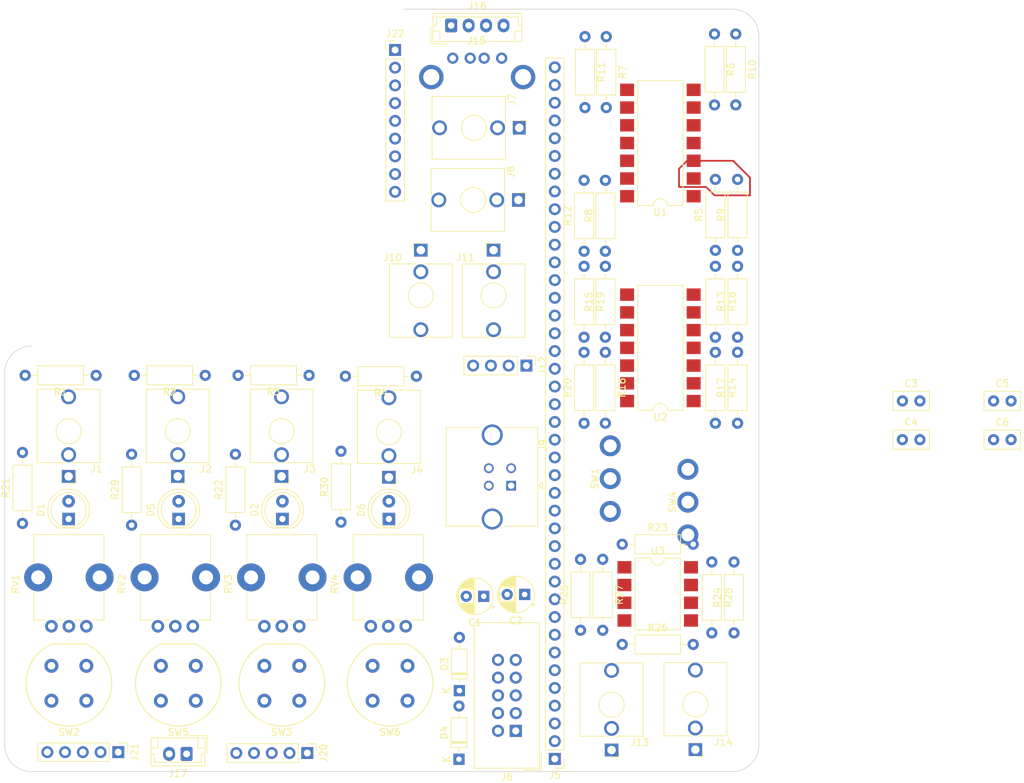
<source format=kicad_pcb>
(kicad_pcb (version 20171130) (host pcbnew "(5.0.1-3-g963ef8bb5)")
  (layers (0 F.Cu signal) (31 B.Cu signal) (34 B.Paste user) (35 F.Paste user) (36 B.SilkS user) (37 F.SilkS user) (38 B.Mask user) (39 F.Mask user) (44 Edge.Cuts user))
  (net 0 "")
  (net 1 +12V)
  (net 2 -12V)
  (net 3 "Net-(D1-Pad2)")
  (net 4 GND)
  (net 5 "Net-(D2-Pad2)")
  (net 6 "Net-(D3-Pad2)")
  (net 7 "Net-(D4-Pad1)")
  (net 8 "Net-(D5-Pad2)")
  (net 9 "Net-(D6-Pad2)")
  (net 10 "Net-(J1-PadT)")
  (net 11 "Net-(J2-PadT)")
  (net 12 "Net-(J3-PadT)")
  (net 13 "Net-(J4-PadT)")
  (net 14 VDD)
  (net 15 PB6)
  (net 16 PB7)
  (net 17 PB8)
  (net 18 PB9)
  (net 19 PC0)
  (net 20 PC1)
  (net 21 PC2)
  (net 22 PC3)
  (net 23 PC4)
  (net 24 PC5)
  (net 25 VDDA)
  (net 26 PA0)
  (net 27 PA1)
  (net 28 PA2)
  (net 29 PA3)
  (net 30 PA4)
  (net 31 PA5)
  (net 32 PA6)
  (net 33 PA7)
  (net 34 PB0)
  (net 35 PB1)
  (net 36 VDDC)
  (net 37 CM)
  (net 38 LIN+)
  (net 39 LIN-)
  (net 40 RIN+)
  (net 41 RIN-)
  (net 42 ROUT+-)
  (net 43 LOUT+-)
  (net 44 "Net-(J7-PadT)")
  (net 45 "Net-(J8-PadT)")
  (net 46 "Net-(J11-PadT)")
  (net 47 "Net-(J10-PadT)")
  (net 48 "Net-(J12-Pad1)")
  (net 49 "Net-(J12-Pad2)")
  (net 50 "Net-(R1-Pad1)")
  (net 51 "Net-(R10-Pad2)")
  (net 52 "Net-(R11-Pad2)")
  (net 53 "Net-(R12-Pad2)")
  (net 54 "Net-(R13-Pad2)")
  (net 55 "Net-(R10-Pad1)")
  (net 56 "Net-(R11-Pad1)")
  (net 57 "Net-(R12-Pad1)")
  (net 58 "Net-(R13-Pad1)")
  (net 59 "Net-(R14-Pad1)")
  (net 60 "Net-(R15-Pad1)")
  (net 61 "Net-(R16-Pad1)")
  (net 62 "Net-(R23-Pad1)")
  (net 63 "Net-(R24-Pad1)")
  (net 64 "Net-(J15-Pad3)")
  (net 65 "Net-(J15-Pad2)")
  (net 66 "Net-(J15-Pad1)")
  (net 67 "Net-(J12-Pad3)")
  (net 68 "Net-(J13-PadT)")
  (net 69 "Net-(J14-PadT)")
  (net 70 "Net-(J15-Pad4)")
  (net 71 "Net-(J20-Pad5)")
  (net 72 "Net-(J20-Pad4)")
  (net 73 "Net-(J20-Pad3)")
  (net 74 "Net-(J20-Pad2)")
  (net 75 "Net-(J20-Pad1)")
  (net 76 "Net-(J21-Pad1)")
  (net 77 "Net-(J21-Pad2)")
  (net 78 "Net-(J21-Pad3)")
  (net 79 "Net-(J21-Pad4)")
  (net 80 "Net-(J21-Pad5)")
  (net 81 "Net-(J22-Pad7)")
  (net 82 "Net-(J22-Pad8)")
  (net 83 "Net-(J22-Pad9)")
  (net 84 "Net-(J12-Pad4)")
  (module Capacitor_THT:CP_Radial_D5.0mm_P2.50mm (layer F.Cu) (at 99.0492 133.62476 180)
    (fp_text reference C1 (at 1.25 -3.75 180) (layer F.SilkS))
    (fp_text value 22uF)
    (pad 1 thru_hole rect (at 0 0 180) (size 1.6 1.6) (drill 0.8) (layers *.Cu *.Mask) (net 1 +12V))
    (pad 2 thru_hole circle (at 2.5 0 180) (size 1.6 1.6) (drill 0.8) (layers *.Cu *.Mask) (net 1 +12V))
  )
  (module Capacitor_THT:CP_Radial_D5.0mm_P2.50mm (layer F.Cu) (at 104.902 133.37076 180)
    (fp_text reference C2 (at 1.25 -3.75 180) (layer F.SilkS))
    (fp_text value 22uF)
    (pad 2 thru_hole circle (at 2.5 0 180) (size 1.6 1.6) (drill 0.8) (layers *.Cu *.Mask) (net 2 -12V))
    (pad 1 thru_hole rect (at 0 0 180) (size 1.6 1.6) (drill 0.8) (layers *.Cu *.Mask) (net 2 -12V))
  )
  (module LED_THT:LED_D5.0mm (layer F.Cu) (at 39.624 122.555 90)
    (fp_text reference D1 (at 1.27 -3.96 90) (layer F.SilkS))
    (fp_text value LED1)
    (pad 2 thru_hole circle (at 2.54 0 90) (size 1.8 1.8) (drill 0.9) (layers *.Cu *.Mask) (net 3 "Net-(D1-Pad2)"))
    (pad 1 thru_hole rect (at 0 0 90) (size 1.8 1.8) (drill 0.9) (layers *.Cu *.Mask) (net 4 GND))
  )
  (module LED_THT:LED_D5.0mm (layer F.Cu) (at 70.231 122.555 90)
    (fp_text reference D2 (at 1.27 -3.96 90) (layer F.SilkS))
    (fp_text value LED3)
    (pad 1 thru_hole rect (at 0 0 90) (size 1.8 1.8) (drill 0.9) (layers *.Cu *.Mask) (net 4 GND))
    (pad 2 thru_hole circle (at 2.54 0 90) (size 1.8 1.8) (drill 0.9) (layers *.Cu *.Mask) (net 5 "Net-(D2-Pad2)"))
  )
  (module Diode_THT:D_DO-35_SOD27_P7.62mm_Horizontal (layer F.Cu) (at 95.565401 147.141599 90)
    (fp_text reference D3 (at 3.81 -2.12 90) (layer F.SilkS))
    (fp_text value 1N914)
    (fp_text user K (at 0 -1.8 90) (layer F.SilkS))
    (pad 1 thru_hole rect (at 0 0 90) (size 1.6 1.6) (drill 0.8) (layers *.Cu *.Mask) (net 1 +12V))
    (pad 2 thru_hole oval (at 7.62 0 90) (size 1.6 1.6) (drill 0.8) (layers *.Cu *.Mask) (net 6 "Net-(D3-Pad2)"))
  )
  (module Diode_THT:D_DO-35_SOD27_P7.62mm_Horizontal (layer F.Cu) (at 95.504 156.972 90)
    (fp_text reference D4 (at 3.81 -2.12 90) (layer F.SilkS))
    (fp_text value 1N914)
    (fp_text user K (at 0 -1.8 90) (layer F.SilkS))
    (pad 2 thru_hole oval (at 7.62 0 90) (size 1.6 1.6) (drill 0.8) (layers *.Cu *.Mask) (net 2 -12V))
    (pad 1 thru_hole rect (at 0 0 90) (size 1.6 1.6) (drill 0.8) (layers *.Cu *.Mask) (net 7 "Net-(D4-Pad1)"))
  )
  (module LED_THT:LED_D5.0mm (layer F.Cu) (at 55.372 122.555 90)
    (fp_text reference D5 (at 1.27 -3.96 90) (layer F.SilkS))
    (fp_text value LED2)
    (pad 1 thru_hole rect (at 0 0 90) (size 1.8 1.8) (drill 0.9) (layers *.Cu *.Mask) (net 4 GND))
    (pad 2 thru_hole circle (at 2.54 0 90) (size 1.8 1.8) (drill 0.9) (layers *.Cu *.Mask) (net 8 "Net-(D5-Pad2)"))
  )
  (module LED_THT:LED_D5.0mm (layer F.Cu) (at 85.471 122.555 90)
    (fp_text reference D6 (at 1.27 -3.96 90) (layer F.SilkS))
    (fp_text value LED4)
    (pad 2 thru_hole circle (at 2.54 0 90) (size 1.8 1.8) (drill 0.9) (layers *.Cu *.Mask) (net 9 "Net-(D6-Pad2)"))
    (pad 1 thru_hole rect (at 0 0 90) (size 1.8 1.8) (drill 0.9) (layers *.Cu *.Mask) (net 4 GND))
  )
  (module Connector_Audio:Jack_3.5mm_QingPu_WQP-PJ398SM_Vertical_CircularHoles (layer F.Cu) (at 39.624 116.459 180)
    (fp_text reference J1 (at -4.03 1.08) (layer F.SilkS))
    (fp_text value "CVin A")
    (pad TN thru_hole circle (at 0 3.1) (size 2.13 2.13) (drill 1.42) (layers *.Cu *.Mask))
    (pad S thru_hole rect (at 0 0) (size 1.93 1.83) (drill 1.22) (layers *.Cu *.Mask) (net 4 GND))
    (pad T thru_hole circle (at 0 11.4) (size 2.13 2.13) (drill 1.43) (layers *.Cu *.Mask) (net 10 "Net-(J1-PadT)"))
  )
  (module Connector_Audio:Jack_3.5mm_QingPu_WQP-PJ398SM_Vertical_CircularHoles (layer F.Cu) (at 55.245 116.459 180)
    (fp_text reference J2 (at -4.03 1.08) (layer F.SilkS))
    (fp_text value "CVin B")
    (pad TN thru_hole circle (at 0 3.1) (size 2.13 2.13) (drill 1.42) (layers *.Cu *.Mask))
    (pad S thru_hole rect (at 0 0) (size 1.93 1.83) (drill 1.22) (layers *.Cu *.Mask) (net 4 GND))
    (pad T thru_hole circle (at 0 11.4) (size 2.13 2.13) (drill 1.43) (layers *.Cu *.Mask) (net 11 "Net-(J2-PadT)"))
  )
  (module Connector_Audio:Jack_3.5mm_QingPu_WQP-PJ398SM_Vertical_CircularHoles (layer F.Cu) (at 70.104 116.459 180)
    (fp_text reference J3 (at -4.03 1.08) (layer F.SilkS))
    (fp_text value "CVin C")
    (pad T thru_hole circle (at 0 11.4) (size 2.13 2.13) (drill 1.43) (layers *.Cu *.Mask) (net 12 "Net-(J3-PadT)"))
    (pad S thru_hole rect (at 0 0) (size 1.93 1.83) (drill 1.22) (layers *.Cu *.Mask) (net 4 GND))
    (pad TN thru_hole circle (at 0 3.1) (size 2.13 2.13) (drill 1.42) (layers *.Cu *.Mask))
  )
  (module Connector_Audio:Jack_3.5mm_QingPu_WQP-PJ398SM_Vertical_CircularHoles (layer F.Cu) (at 85.471 116.586 180)
    (fp_text reference J4 (at -4.03 1.08) (layer F.SilkS))
    (fp_text value "CVin D")
    (pad TN thru_hole circle (at 0 3.1) (size 2.13 2.13) (drill 1.42) (layers *.Cu *.Mask))
    (pad S thru_hole rect (at 0 0) (size 1.93 1.83) (drill 1.22) (layers *.Cu *.Mask) (net 4 GND))
    (pad T thru_hole circle (at 0 11.4) (size 2.13 2.13) (drill 1.43) (layers *.Cu *.Mask) (net 13 "Net-(J4-PadT)"))
  )
  (module Connector_PinHeader_2.54mm:PinHeader_1x40_P2.54mm_Vertical (layer F.Cu) (at 109.22 156.9212 180)
    (fp_text reference J5 (at 0 -2.33 180) (layer F.SilkS))
    (fp_text value Conn_01x40_Male)
    (pad 1 thru_hole rect (at 0 0 180) (size 1.7 1.7) (drill 1) (layers *.Cu *.Mask) (net 14 VDD))
    (pad 2 thru_hole oval (at 0 2.54 180) (size 1.7 1.7) (drill 1) (layers *.Cu *.Mask) (net 15 PB6))
    (pad 3 thru_hole oval (at 0 5.08 180) (size 1.7 1.7) (drill 1) (layers *.Cu *.Mask) (net 16 PB7))
    (pad 4 thru_hole oval (at 0 7.62 180) (size 1.7 1.7) (drill 1) (layers *.Cu *.Mask) (net 17 PB8))
    (pad 5 thru_hole oval (at 0 10.16 180) (size 1.7 1.7) (drill 1) (layers *.Cu *.Mask) (net 18 PB9))
    (pad 6 thru_hole oval (at 0 12.7 180) (size 1.7 1.7) (drill 1) (layers *.Cu *.Mask) (net 4 GND))
    (pad 7 thru_hole oval (at 0 15.24 180) (size 1.7 1.7) (drill 1) (layers *.Cu *.Mask) (net 14 VDD))
    (pad 8 thru_hole oval (at 0 17.78 180) (size 1.7 1.7) (drill 1) (layers *.Cu *.Mask) (net 19 PC0))
    (pad 9 thru_hole oval (at 0 20.32 180) (size 1.7 1.7) (drill 1) (layers *.Cu *.Mask) (net 20 PC1))
    (pad 10 thru_hole oval (at 0 22.86 180) (size 1.7 1.7) (drill 1) (layers *.Cu *.Mask) (net 21 PC2))
    (pad 11 thru_hole oval (at 0 25.4 180) (size 1.7 1.7) (drill 1) (layers *.Cu *.Mask) (net 22 PC3))
    (pad 12 thru_hole oval (at 0 27.94 180) (size 1.7 1.7) (drill 1) (layers *.Cu *.Mask) (net 23 PC4))
    (pad 13 thru_hole oval (at 0 30.48 180) (size 1.7 1.7) (drill 1) (layers *.Cu *.Mask) (net 24 PC5))
    (pad 14 thru_hole oval (at 0 33.02 180) (size 1.7 1.7) (drill 1) (layers *.Cu *.Mask) (net 4 GND))
    (pad 15 thru_hole oval (at 0 35.56 180) (size 1.7 1.7) (drill 1) (layers *.Cu *.Mask) (net 25 VDDA))
    (pad 16 thru_hole oval (at 0 38.1 180) (size 1.7 1.7) (drill 1) (layers *.Cu *.Mask) (net 26 PA0))
    (pad 17 thru_hole oval (at 0 40.64 180) (size 1.7 1.7) (drill 1) (layers *.Cu *.Mask) (net 27 PA1))
    (pad 18 thru_hole oval (at 0 43.18 180) (size 1.7 1.7) (drill 1) (layers *.Cu *.Mask) (net 28 PA2))
    (pad 19 thru_hole oval (at 0 45.72 180) (size 1.7 1.7) (drill 1) (layers *.Cu *.Mask) (net 29 PA3))
    (pad 20 thru_hole oval (at 0 48.26 180) (size 1.7 1.7) (drill 1) (layers *.Cu *.Mask) (net 4 GND))
    (pad 21 thru_hole oval (at 0 50.8 180) (size 1.7 1.7) (drill 1) (layers *.Cu *.Mask) (net 25 VDDA))
    (pad 22 thru_hole oval (at 0 53.34 180) (size 1.7 1.7) (drill 1) (layers *.Cu *.Mask) (net 30 PA4))
    (pad 23 thru_hole oval (at 0 55.88 180) (size 1.7 1.7) (drill 1) (layers *.Cu *.Mask) (net 31 PA5))
    (pad 24 thru_hole oval (at 0 58.42 180) (size 1.7 1.7) (drill 1) (layers *.Cu *.Mask) (net 32 PA6))
    (pad 25 thru_hole oval (at 0 60.96 180) (size 1.7 1.7) (drill 1) (layers *.Cu *.Mask) (net 33 PA7))
    (pad 26 thru_hole oval (at 0 63.5 180) (size 1.7 1.7) (drill 1) (layers *.Cu *.Mask) (net 34 PB0))
    (pad 27 thru_hole oval (at 0 66.04 180) (size 1.7 1.7) (drill 1) (layers *.Cu *.Mask) (net 35 PB1))
    (pad 28 thru_hole oval (at 0 68.58 180) (size 1.7 1.7) (drill 1) (layers *.Cu *.Mask) (net 4 GND))
    (pad 29 thru_hole oval (at 0 71.12 180) (size 1.7 1.7) (drill 1) (layers *.Cu *.Mask) (net 36 VDDC))
    (pad 30 thru_hole oval (at 0 73.66 180) (size 1.7 1.7) (drill 1) (layers *.Cu *.Mask) (net 36 VDDC))
    (pad 31 thru_hole oval (at 0 76.2 180) (size 1.7 1.7) (drill 1) (layers *.Cu *.Mask) (net 37 CM))
    (pad 32 thru_hole oval (at 0 78.74 180) (size 1.7 1.7) (drill 1) (layers *.Cu *.Mask) (net 4 GND))
    (pad 33 thru_hole oval (at 0 81.28 180) (size 1.7 1.7) (drill 1) (layers *.Cu *.Mask) (net 4 GND))
    (pad 34 thru_hole oval (at 0 83.82 180) (size 1.7 1.7) (drill 1) (layers *.Cu *.Mask) (net 38 LIN+))
    (pad 35 thru_hole oval (at 0 86.36 180) (size 1.7 1.7) (drill 1) (layers *.Cu *.Mask) (net 39 LIN-))
    (pad 36 thru_hole oval (at 0 88.9 180) (size 1.7 1.7) (drill 1) (layers *.Cu *.Mask) (net 40 RIN+))
    (pad 37 thru_hole oval (at 0 91.44 180) (size 1.7 1.7) (drill 1) (layers *.Cu *.Mask) (net 41 RIN-))
    (pad 38 thru_hole oval (at 0 93.98 180) (size 1.7 1.7) (drill 1) (layers *.Cu *.Mask) (net 42 ROUT+-))
    (pad 39 thru_hole oval (at 0 96.52 180) (size 1.7 1.7) (drill 1) (layers *.Cu *.Mask) (net 43 LOUT+-))
    (pad 40 thru_hole oval (at 0 99.06 180) (size 1.7 1.7) (drill 1) (layers *.Cu *.Mask) (net 4 GND))
  )
  (module Connector_IDC:IDC-Header_2x05_P2.54mm_Vertical (layer F.Cu) (at 103.632 152.908 180)
    (fp_text reference J6 (at 1.27 -6.604 180) (layer F.SilkS))
    (fp_text value Power)
    (pad 1 thru_hole rect (at 0 0 180) (size 1.7272 1.7272) (drill 1.016) (layers *.Cu *.Mask) (net 2 -12V))
    (pad 2 thru_hole oval (at 2.54 0 180) (size 1.7272 1.7272) (drill 1.016) (layers *.Cu *.Mask) (net 7 "Net-(D4-Pad1)"))
    (pad 3 thru_hole oval (at 0 2.54 180) (size 1.7272 1.7272) (drill 1.016) (layers *.Cu *.Mask) (net 4 GND))
    (pad 4 thru_hole oval (at 2.54 2.54 180) (size 1.7272 1.7272) (drill 1.016) (layers *.Cu *.Mask) (net 4 GND))
    (pad 5 thru_hole oval (at 0 5.08 180) (size 1.7272 1.7272) (drill 1.016) (layers *.Cu *.Mask) (net 4 GND))
    (pad 6 thru_hole oval (at 2.54 5.08 180) (size 1.7272 1.7272) (drill 1.016) (layers *.Cu *.Mask) (net 4 GND))
    (pad 7 thru_hole oval (at 0 7.62 180) (size 1.7272 1.7272) (drill 1.016) (layers *.Cu *.Mask) (net 4 GND))
    (pad 8 thru_hole oval (at 2.54 7.62 180) (size 1.7272 1.7272) (drill 1.016) (layers *.Cu *.Mask) (net 4 GND))
    (pad 9 thru_hole oval (at 0 10.16 180) (size 1.7272 1.7272) (drill 1.016) (layers *.Cu *.Mask) (net 1 +12V))
    (pad 10 thru_hole oval (at 2.54 10.16 180) (size 1.7272 1.7272) (drill 1.016) (layers *.Cu *.Mask) (net 6 "Net-(D3-Pad2)"))
  )
  (module Connector_Audio:Jack_3.5mm_QingPu_WQP-PJ398SM_Vertical_CircularHoles (layer F.Cu) (at 104.132066 66.52317 270)
    (fp_text reference J7 (at -4.03 1.08 90) (layer F.SilkS))
    (fp_text value "CVout A")
    (pad T thru_hole circle (at 0 11.4 90) (size 2.13 2.13) (drill 1.43) (layers *.Cu *.Mask) (net 44 "Net-(J7-PadT)"))
    (pad S thru_hole rect (at 0 0 90) (size 1.93 1.83) (drill 1.22) (layers *.Cu *.Mask) (net 4 GND))
    (pad TN thru_hole circle (at 0 3.1 90) (size 2.13 2.13) (drill 1.42) (layers *.Cu *.Mask))
  )
  (module Connector_Audio:Jack_3.5mm_QingPu_WQP-PJ398SM_Vertical_CircularHoles (layer F.Cu) (at 104.013 76.8604 270)
    (fp_text reference J8 (at -4.03 1.08 90) (layer F.SilkS))
    (fp_text value "CVout B")
    (pad T thru_hole circle (at 0 11.4 90) (size 2.13 2.13) (drill 1.43) (layers *.Cu *.Mask) (net 45 "Net-(J8-PadT)"))
    (pad S thru_hole rect (at 0 0 90) (size 1.93 1.83) (drill 1.22) (layers *.Cu *.Mask) (net 4 GND))
    (pad TN thru_hole circle (at 0 3.1 90) (size 2.13 2.13) (drill 1.42) (layers *.Cu *.Mask))
  )
  (module Connector_Audio:Jack_3.5mm_QingPu_WQP-PJ398SM_Vertical_CircularHoles (layer F.Cu) (at 90.043 84.0486)
    (fp_text reference J10 (at -4.03 1.08 180) (layer F.SilkS))
    (fp_text value "audio_in L")
    (pad T thru_hole circle (at 0 11.4 180) (size 2.13 2.13) (drill 1.43) (layers *.Cu *.Mask) (net 47 "Net-(J10-PadT)"))
    (pad S thru_hole rect (at 0 0 180) (size 1.93 1.83) (drill 1.22) (layers *.Cu *.Mask) (net 4 GND))
    (pad TN thru_hole circle (at 0 3.1 180) (size 2.13 2.13) (drill 1.42) (layers *.Cu *.Mask))
  )
  (module Connector_Audio:Jack_3.5mm_QingPu_WQP-PJ398SM_Vertical_CircularHoles (layer F.Cu) (at 100.457 84.0486)
    (fp_text reference J11 (at -4.03 1.08 180) (layer F.SilkS))
    (fp_text value "audio_in R")
    (pad TN thru_hole circle (at 0 3.1 180) (size 2.13 2.13) (drill 1.42) (layers *.Cu *.Mask))
    (pad S thru_hole rect (at 0 0 180) (size 1.93 1.83) (drill 1.22) (layers *.Cu *.Mask) (net 4 GND))
    (pad T thru_hole circle (at 0 11.4 180) (size 2.13 2.13) (drill 1.43) (layers *.Cu *.Mask) (net 46 "Net-(J11-PadT)"))
  )
  (module Connector_Audio:Jack_3.5mm_QingPu_WQP-PJ398SM_Vertical_CircularHoles (layer F.Cu) (at 117.348 155.6512 180)
    (fp_text reference J13 (at -4.03 1.08) (layer F.SilkS))
    (fp_text value "audio_out L")
    (pad T thru_hole circle (at 0 11.4) (size 2.13 2.13) (drill 1.43) (layers *.Cu *.Mask) (net 68 "Net-(J13-PadT)"))
    (pad S thru_hole rect (at 0 0) (size 1.93 1.83) (drill 1.22) (layers *.Cu *.Mask) (net 4 GND))
    (pad TN thru_hole circle (at 0 3.1) (size 2.13 2.13) (drill 1.42) (layers *.Cu *.Mask))
  )
  (module Connector_Audio:Jack_3.5mm_QingPu_WQP-PJ398SM_Vertical_CircularHoles (layer F.Cu) (at 129.343311 155.596604 180)
    (fp_text reference J14 (at -4.03 1.08) (layer F.SilkS))
    (fp_text value "audio_out R")
    (pad TN thru_hole circle (at 0 3.1) (size 2.13 2.13) (drill 1.42) (layers *.Cu *.Mask))
    (pad S thru_hole rect (at 0 0) (size 1.93 1.83) (drill 1.22) (layers *.Cu *.Mask) (net 4 GND))
    (pad T thru_hole circle (at 0 11.4) (size 2.13 2.13) (drill 1.43) (layers *.Cu *.Mask) (net 69 "Net-(J14-PadT)"))
  )
  (module Resistor_THT:R_Axial_DIN0207_L6.3mm_D2.5mm_P10.16mm_Horizontal (layer F.Cu) (at 43.561 101.981 180)
    (fp_text reference R1 (at 5.08 -2.37 180) (layer F.SilkS))
    (fp_text value 100K)
    (pad 2 thru_hole oval (at 10.16 0 180) (size 1.6 1.6) (drill 0.8) (layers *.Cu *.Mask) (net 10 "Net-(J1-PadT)"))
    (pad 1 thru_hole circle (at 0 0 180) (size 1.6 1.6) (drill 0.8) (layers *.Cu *.Mask) (net 50 "Net-(R1-Pad1)"))
  )
  (module Resistor_THT:R_Axial_DIN0207_L6.3mm_D2.5mm_P10.16mm_Horizontal (layer F.Cu) (at 59.182 101.981 180)
    (fp_text reference R2 (at 5.08 -2.37 180) (layer F.SilkS))
    (fp_text value 100K)
    (pad 1 thru_hole circle (at 0 0 180) (size 1.6 1.6) (drill 0.8) (layers *.Cu *.Mask) (net 51 "Net-(R10-Pad2)"))
    (pad 2 thru_hole oval (at 10.16 0 180) (size 1.6 1.6) (drill 0.8) (layers *.Cu *.Mask) (net 11 "Net-(J2-PadT)"))
  )
  (module Resistor_THT:R_Axial_DIN0207_L6.3mm_D2.5mm_P10.16mm_Horizontal (layer F.Cu) (at 74.041 101.981 180)
    (fp_text reference R3 (at 5.08 -2.37 180) (layer F.SilkS))
    (fp_text value 100K)
    (pad 1 thru_hole circle (at 0 0 180) (size 1.6 1.6) (drill 0.8) (layers *.Cu *.Mask) (net 52 "Net-(R11-Pad2)"))
    (pad 2 thru_hole oval (at 10.16 0 180) (size 1.6 1.6) (drill 0.8) (layers *.Cu *.Mask) (net 12 "Net-(J3-PadT)"))
  )
  (module Resistor_THT:R_Axial_DIN0207_L6.3mm_D2.5mm_P10.16mm_Horizontal (layer F.Cu) (at 89.408 102.108 180)
    (fp_text reference R4 (at 5.08 -2.37 180) (layer F.SilkS))
    (fp_text value 100K)
    (pad 1 thru_hole circle (at 0 0 180) (size 1.6 1.6) (drill 0.8) (layers *.Cu *.Mask) (net 53 "Net-(R12-Pad2)"))
    (pad 2 thru_hole oval (at 10.16 0 180) (size 1.6 1.6) (drill 0.8) (layers *.Cu *.Mask) (net 13 "Net-(J4-PadT)"))
  )
  (module Resistor_THT:R_Axial_DIN0207_L6.3mm_D2.5mm_P10.16mm_Horizontal (layer F.Cu) (at 132.207 84.074 90)
    (fp_text reference R5 (at 5.08 -2.37 90) (layer F.SilkS))
    (fp_text value 33K)
    (pad 1 thru_hole circle (at 0 0 90) (size 1.6 1.6) (drill 0.8) (layers *.Cu *.Mask) (net 37 CM))
    (pad 2 thru_hole oval (at 10.16 0 90) (size 1.6 1.6) (drill 0.8) (layers *.Cu *.Mask) (net 50 "Net-(R1-Pad1)"))
  )
  (module Resistor_THT:R_Axial_DIN0207_L6.3mm_D2.5mm_P10.16mm_Horizontal (layer F.Cu) (at 132.08 53.086 270)
    (fp_text reference R6 (at 5.08 -2.37 270) (layer F.SilkS))
    (fp_text value 33K)
    (pad 2 thru_hole oval (at 10.16 0 270) (size 1.6 1.6) (drill 0.8) (layers *.Cu *.Mask) (net 51 "Net-(R10-Pad2)"))
    (pad 1 thru_hole circle (at 0 0 270) (size 1.6 1.6) (drill 0.8) (layers *.Cu *.Mask) (net 37 CM))
  )
  (module Resistor_THT:R_Axial_DIN0207_L6.3mm_D2.5mm_P10.16mm_Horizontal (layer F.Cu) (at 116.586 53.467 270)
    (fp_text reference R7 (at 5.08 -2.37 270) (layer F.SilkS))
    (fp_text value 33K)
    (pad 1 thru_hole circle (at 0 0 270) (size 1.6 1.6) (drill 0.8) (layers *.Cu *.Mask) (net 37 CM))
    (pad 2 thru_hole oval (at 10.16 0 270) (size 1.6 1.6) (drill 0.8) (layers *.Cu *.Mask) (net 52 "Net-(R11-Pad2)"))
  )
  (module Resistor_THT:R_Axial_DIN0207_L6.3mm_D2.5mm_P10.16mm_Horizontal (layer F.Cu) (at 116.459 84.201 90)
    (fp_text reference R8 (at 5.08 -2.37 90) (layer F.SilkS))
    (fp_text value 33K)
    (pad 1 thru_hole circle (at 0 0 90) (size 1.6 1.6) (drill 0.8) (layers *.Cu *.Mask) (net 37 CM))
    (pad 2 thru_hole oval (at 10.16 0 90) (size 1.6 1.6) (drill 0.8) (layers *.Cu *.Mask) (net 53 "Net-(R12-Pad2)"))
  )
  (module Resistor_THT:R_Axial_DIN0207_L6.3mm_D2.5mm_P10.16mm_Horizontal (layer F.Cu) (at 135.382 84.074 90)
    (fp_text reference R9 (at 5.08 -2.37 90) (layer F.SilkS))
    (fp_text value 33K)
    (pad 2 thru_hole oval (at 10.16 0 90) (size 1.6 1.6) (drill 0.8) (layers *.Cu *.Mask) (net 50 "Net-(R1-Pad1)"))
    (pad 1 thru_hole circle (at 0 0 90) (size 1.6 1.6) (drill 0.8) (layers *.Cu *.Mask) (net 54 "Net-(R13-Pad2)"))
  )
  (module Resistor_THT:R_Axial_DIN0207_L6.3mm_D2.5mm_P10.16mm_Horizontal (layer F.Cu) (at 135.128 53.086 270)
    (fp_text reference R10 (at 5.08 -2.37 270) (layer F.SilkS))
    (fp_text value 33K)
    (pad 1 thru_hole circle (at 0 0 270) (size 1.6 1.6) (drill 0.8) (layers *.Cu *.Mask) (net 55 "Net-(R10-Pad1)"))
    (pad 2 thru_hole oval (at 10.16 0 270) (size 1.6 1.6) (drill 0.8) (layers *.Cu *.Mask) (net 51 "Net-(R10-Pad2)"))
  )
  (module Resistor_THT:R_Axial_DIN0207_L6.3mm_D2.5mm_P10.16mm_Horizontal (layer F.Cu) (at 113.538 53.467 270)
    (fp_text reference R11 (at 5.08 -2.37 270) (layer F.SilkS))
    (fp_text value 33K)
    (pad 2 thru_hole oval (at 10.16 0 270) (size 1.6 1.6) (drill 0.8) (layers *.Cu *.Mask) (net 52 "Net-(R11-Pad2)"))
    (pad 1 thru_hole circle (at 0 0 270) (size 1.6 1.6) (drill 0.8) (layers *.Cu *.Mask) (net 56 "Net-(R11-Pad1)"))
  )
  (module Resistor_THT:R_Axial_DIN0207_L6.3mm_D2.5mm_P10.16mm_Horizontal (layer F.Cu) (at 113.411 84.201 90)
    (fp_text reference R12 (at 5.08 -2.37 90) (layer F.SilkS))
    (fp_text value 33K)
    (pad 1 thru_hole circle (at 0 0 90) (size 1.6 1.6) (drill 0.8) (layers *.Cu *.Mask) (net 57 "Net-(R12-Pad1)"))
    (pad 2 thru_hole oval (at 10.16 0 90) (size 1.6 1.6) (drill 0.8) (layers *.Cu *.Mask) (net 53 "Net-(R12-Pad2)"))
  )
  (module Resistor_THT:R_Axial_DIN0207_L6.3mm_D2.5mm_P10.16mm_Horizontal (layer F.Cu) (at 135.382 96.52 90)
    (fp_text reference R13 (at 5.08 -2.37 90) (layer F.SilkS))
    (fp_text value 100k)
    (pad 1 thru_hole circle (at 0 0 90) (size 1.6 1.6) (drill 0.8) (layers *.Cu *.Mask) (net 58 "Net-(R13-Pad1)"))
    (pad 2 thru_hole oval (at 10.16 0 90) (size 1.6 1.6) (drill 0.8) (layers *.Cu *.Mask) (net 54 "Net-(R13-Pad2)"))
  )
  (module Resistor_THT:R_Axial_DIN0207_L6.3mm_D2.5mm_P10.16mm_Horizontal (layer F.Cu) (at 132.207 98.679 270)
    (fp_text reference R14 (at 5.08 -2.37 270) (layer F.SilkS))
    (fp_text value 100k)
    (pad 2 thru_hole oval (at 10.16 0 270) (size 1.6 1.6) (drill 0.8) (layers *.Cu *.Mask) (net 55 "Net-(R10-Pad1)"))
    (pad 1 thru_hole circle (at 0 0 270) (size 1.6 1.6) (drill 0.8) (layers *.Cu *.Mask) (net 59 "Net-(R14-Pad1)"))
  )
  (module Resistor_THT:R_Axial_DIN0207_L6.3mm_D2.5mm_P10.16mm_Horizontal (layer F.Cu) (at 116.459 96.52 90)
    (fp_text reference R15 (at 5.08 -2.37 90) (layer F.SilkS))
    (fp_text value 100k)
    (pad 1 thru_hole circle (at 0 0 90) (size 1.6 1.6) (drill 0.8) (layers *.Cu *.Mask) (net 60 "Net-(R15-Pad1)"))
    (pad 2 thru_hole oval (at 10.16 0 90) (size 1.6 1.6) (drill 0.8) (layers *.Cu *.Mask) (net 56 "Net-(R11-Pad1)"))
  )
  (module Resistor_THT:R_Axial_DIN0207_L6.3mm_D2.5mm_P10.16mm_Horizontal (layer F.Cu) (at 116.459 98.679 270)
    (fp_text reference R16 (at 5.08 -2.37 270) (layer F.SilkS))
    (fp_text value 100k)
    (pad 2 thru_hole oval (at 10.16 0 270) (size 1.6 1.6) (drill 0.8) (layers *.Cu *.Mask) (net 57 "Net-(R12-Pad1)"))
    (pad 1 thru_hole circle (at 0 0 270) (size 1.6 1.6) (drill 0.8) (layers *.Cu *.Mask) (net 61 "Net-(R16-Pad1)"))
  )
  (module Resistor_THT:R_Axial_DIN0207_L6.3mm_D2.5mm_P10.16mm_Horizontal (layer F.Cu) (at 135.382 108.839 90)
    (fp_text reference R17 (at 5.08 -2.37 90) (layer F.SilkS))
    (fp_text value 100k)
    (pad 1 thru_hole circle (at 0 0 90) (size 1.6 1.6) (drill 0.8) (layers *.Cu *.Mask) (net 19 PC0))
    (pad 2 thru_hole oval (at 10.16 0 90) (size 1.6 1.6) (drill 0.8) (layers *.Cu *.Mask) (net 58 "Net-(R13-Pad1)"))
  )
  (module Resistor_THT:R_Axial_DIN0207_L6.3mm_D2.5mm_P10.16mm_Horizontal (layer F.Cu) (at 132.207 86.36 270)
    (fp_text reference R18 (at 5.08 -2.37 270) (layer F.SilkS))
    (fp_text value 100k)
    (pad 2 thru_hole oval (at 10.16 0 270) (size 1.6 1.6) (drill 0.8) (layers *.Cu *.Mask) (net 59 "Net-(R14-Pad1)"))
    (pad 1 thru_hole circle (at 0 0 270) (size 1.6 1.6) (drill 0.8) (layers *.Cu *.Mask) (net 20 PC1))
  )
  (module Resistor_THT:R_Axial_DIN0207_L6.3mm_D2.5mm_P10.16mm_Horizontal (layer F.Cu) (at 113.411 86.36 270)
    (fp_text reference R19 (at 5.08 -2.37 270) (layer F.SilkS))
    (fp_text value 100k)
    (pad 2 thru_hole oval (at 10.16 0 270) (size 1.6 1.6) (drill 0.8) (layers *.Cu *.Mask) (net 60 "Net-(R15-Pad1)"))
    (pad 1 thru_hole circle (at 0 0 270) (size 1.6 1.6) (drill 0.8) (layers *.Cu *.Mask) (net 21 PC2))
  )
  (module Resistor_THT:R_Axial_DIN0207_L6.3mm_D2.5mm_P10.16mm_Horizontal (layer F.Cu) (at 113.411 108.839 90)
    (fp_text reference R20 (at 5.08 -2.37 90) (layer F.SilkS))
    (fp_text value 100k)
    (pad 1 thru_hole circle (at 0 0 90) (size 1.6 1.6) (drill 0.8) (layers *.Cu *.Mask) (net 22 PC3))
    (pad 2 thru_hole oval (at 10.16 0 90) (size 1.6 1.6) (drill 0.8) (layers *.Cu *.Mask) (net 61 "Net-(R16-Pad1)"))
  )
  (module Resistor_THT:R_Axial_DIN0207_L6.3mm_D2.5mm_P10.16mm_Horizontal (layer F.Cu) (at 33.02 123.19 90)
    (fp_text reference R21 (at 5.08 -2.37 90) (layer F.SilkS))
    (fp_text value 220)
    (pad 2 thru_hole oval (at 10.16 0 90) (size 1.6 1.6) (drill 0.8) (layers *.Cu *.Mask) (net 32 PA6))
    (pad 1 thru_hole circle (at 0 0 90) (size 1.6 1.6) (drill 0.8) (layers *.Cu *.Mask) (net 3 "Net-(D1-Pad2)"))
  )
  (module Resistor_THT:R_Axial_DIN0207_L6.3mm_D2.5mm_P10.16mm_Horizontal (layer F.Cu) (at 63.5 123.444 90)
    (fp_text reference R22 (at 5.08 -2.37 90) (layer F.SilkS))
    (fp_text value 220)
    (pad 2 thru_hole oval (at 10.16 0 90) (size 1.6 1.6) (drill 0.8) (layers *.Cu *.Mask) (net 34 PB0))
    (pad 1 thru_hole circle (at 0 0 90) (size 1.6 1.6) (drill 0.8) (layers *.Cu *.Mask) (net 5 "Net-(D2-Pad2)"))
  )
  (module Resistor_THT:R_Axial_DIN0207_L6.3mm_D2.5mm_P10.16mm_Horizontal (layer F.Cu) (at 118.872 126.1745)
    (fp_text reference R23 (at 5.08 -2.37) (layer F.SilkS))
    (fp_text value 10K)
    (pad 2 thru_hole oval (at 10.16 0) (size 1.6 1.6) (drill 0.8) (layers *.Cu *.Mask) (net 25 VDDA))
    (pad 1 thru_hole circle (at 0 0) (size 1.6 1.6) (drill 0.8) (layers *.Cu *.Mask) (net 62 "Net-(R23-Pad1)"))
  )
  (module Resistor_THT:R_Axial_DIN0207_L6.3mm_D2.5mm_P10.16mm_Horizontal (layer F.Cu) (at 134.874 138.8745 90)
    (fp_text reference R24 (at 5.08 -2.37 90) (layer F.SilkS))
    (fp_text value 10K)
    (pad 2 thru_hole oval (at 10.16 0 90) (size 1.6 1.6) (drill 0.8) (layers *.Cu *.Mask) (net 25 VDDA))
    (pad 1 thru_hole circle (at 0 0 90) (size 1.6 1.6) (drill 0.8) (layers *.Cu *.Mask) (net 63 "Net-(R24-Pad1)"))
  )
  (module Resistor_THT:R_Axial_DIN0207_L6.3mm_D2.5mm_P10.16mm_Horizontal (layer F.Cu) (at 112.903 138.4935 90)
    (fp_text reference R25 (at 5.08 -2.37 90) (layer F.SilkS))
    (fp_text value 22K)
    (pad 2 thru_hole oval (at 10.16 0 90) (size 1.6 1.6) (drill 0.8) (layers *.Cu *.Mask) (net 62 "Net-(R23-Pad1)"))
    (pad 1 thru_hole circle (at 0 0 90) (size 1.6 1.6) (drill 0.8) (layers *.Cu *.Mask) (net 4 GND))
  )
  (module Resistor_THT:R_Axial_DIN0207_L6.3mm_D2.5mm_P10.16mm_Horizontal (layer F.Cu) (at 118.872 140.5255)
    (fp_text reference R26 (at 5.08 -2.37) (layer F.SilkS))
    (fp_text value 22K)
    (pad 2 thru_hole oval (at 10.16 0) (size 1.6 1.6) (drill 0.8) (layers *.Cu *.Mask) (net 63 "Net-(R24-Pad1)"))
    (pad 1 thru_hole circle (at 0 0) (size 1.6 1.6) (drill 0.8) (layers *.Cu *.Mask) (net 4 GND))
  )
  (module Resistor_THT:R_Axial_DIN0207_L6.3mm_D2.5mm_P10.16mm_Horizontal (layer F.Cu) (at 116.078 128.3335 270)
    (fp_text reference R27 (at 5.08 -2.37 270) (layer F.SilkS))
    (fp_text value 15K)
    (pad 1 thru_hole circle (at 0 0 270) (size 1.6 1.6) (drill 0.8) (layers *.Cu *.Mask) (net 44 "Net-(J7-PadT)"))
    (pad 2 thru_hole oval (at 10.16 0 270) (size 1.6 1.6) (drill 0.8) (layers *.Cu *.Mask) (net 62 "Net-(R23-Pad1)"))
  )
  (module Resistor_THT:R_Axial_DIN0207_L6.3mm_D2.5mm_P10.16mm_Horizontal (layer F.Cu) (at 48.641 123.444 90)
    (fp_text reference R29 (at 5.08 -2.37 90) (layer F.SilkS))
    (fp_text value 220)
    (pad 1 thru_hole circle (at 0 0 90) (size 1.6 1.6) (drill 0.8) (layers *.Cu *.Mask) (net 8 "Net-(D5-Pad2)"))
    (pad 2 thru_hole oval (at 10.16 0 90) (size 1.6 1.6) (drill 0.8) (layers *.Cu *.Mask) (net 33 PA7))
  )
  (module Resistor_THT:R_Axial_DIN0207_L6.3mm_D2.5mm_P10.16mm_Horizontal (layer F.Cu) (at 78.612401 123.011599 90)
    (fp_text reference R30 (at 5.08 -2.37 90) (layer F.SilkS))
    (fp_text value 220)
    (pad 1 thru_hole circle (at 0 0 90) (size 1.6 1.6) (drill 0.8) (layers *.Cu *.Mask) (net 9 "Net-(D6-Pad2)"))
    (pad 2 thru_hole oval (at 10.16 0 90) (size 1.6 1.6) (drill 0.8) (layers *.Cu *.Mask) (net 35 PB1))
  )
  (module Potentiometer_THT:Potentiometer_Alps_RK09K_Single_Vertical (layer F.Cu) (at 42.164 137.922 90)
    (fp_text reference RV1 (at 6.05 -10.15 90) (layer F.SilkS))
    (fp_text value R_POT)
    (pad "" np_thru_hole circle (at 7 1.9 90) (size 4 4) (drill 2) (layers *.Cu *.Mask))
    (pad "" np_thru_hole circle (at 7 -6.9 90) (size 4 4) (drill 2) (layers *.Cu *.Mask))
    (pad 1 thru_hole circle (at 0 0 90) (size 1.8 1.8) (drill 1) (layers *.Cu *.Mask) (net 25 VDDA))
    (pad 2 thru_hole circle (at 0 -2.5 90) (size 1.8 1.8) (drill 1) (layers *.Cu *.Mask) (net 26 PA0))
    (pad 3 thru_hole circle (at 0 -5 90) (size 1.8 1.8) (drill 1) (layers *.Cu *.Mask) (net 4 GND))
  )
  (module Potentiometer_THT:Potentiometer_Alps_RK09K_Single_Vertical (layer F.Cu) (at 57.404 137.922 90)
    (fp_text reference RV2 (at 6.05 -10.15 90) (layer F.SilkS))
    (fp_text value R_POT)
    (pad 3 thru_hole circle (at 0 -5 90) (size 1.8 1.8) (drill 1) (layers *.Cu *.Mask) (net 4 GND))
    (pad 2 thru_hole circle (at 0 -2.5 90) (size 1.8 1.8) (drill 1) (layers *.Cu *.Mask) (net 27 PA1))
    (pad 1 thru_hole circle (at 0 0 90) (size 1.8 1.8) (drill 1) (layers *.Cu *.Mask) (net 25 VDDA))
    (pad "" np_thru_hole circle (at 7 -6.9 90) (size 4 4) (drill 2) (layers *.Cu *.Mask))
    (pad "" np_thru_hole circle (at 7 1.9 90) (size 4 4) (drill 2) (layers *.Cu *.Mask))
  )
  (module Potentiometer_THT:Potentiometer_Alps_RK09K_Single_Vertical (layer F.Cu) (at 72.644 137.922 90)
    (fp_text reference RV3 (at 6.05 -10.15 90) (layer F.SilkS))
    (fp_text value R_POT)
    (pad "" np_thru_hole circle (at 7 1.9 90) (size 4 4) (drill 2) (layers *.Cu *.Mask))
    (pad "" np_thru_hole circle (at 7 -6.9 90) (size 4 4) (drill 2) (layers *.Cu *.Mask))
    (pad 1 thru_hole circle (at 0 0 90) (size 1.8 1.8) (drill 1) (layers *.Cu *.Mask) (net 25 VDDA))
    (pad 2 thru_hole circle (at 0 -2.5 90) (size 1.8 1.8) (drill 1) (layers *.Cu *.Mask) (net 28 PA2))
    (pad 3 thru_hole circle (at 0 -5 90) (size 1.8 1.8) (drill 1) (layers *.Cu *.Mask) (net 4 GND))
  )
  (module Potentiometer_THT:Potentiometer_Alps_RK09K_Single_Vertical (layer F.Cu) (at 87.884 137.922 90)
    (fp_text reference RV4 (at 6.05 -10.15 90) (layer F.SilkS))
    (fp_text value R_POT)
    (pad 3 thru_hole circle (at 0 -5 90) (size 1.8 1.8) (drill 1) (layers *.Cu *.Mask) (net 4 GND))
    (pad 2 thru_hole circle (at 0 -2.5 90) (size 1.8 1.8) (drill 1) (layers *.Cu *.Mask) (net 29 PA3))
    (pad 1 thru_hole circle (at 0 0 90) (size 1.8 1.8) (drill 1) (layers *.Cu *.Mask) (net 25 VDDA))
    (pad "" np_thru_hole circle (at 7 -6.9 90) (size 4 4) (drill 2) (layers *.Cu *.Mask))
    (pad "" np_thru_hole circle (at 7 1.9 90) (size 4 4) (drill 2) (layers *.Cu *.Mask))
  )
  (module Button_Switch_THT:Push_E-Switch_KS01Q01 (layer F.Cu) (at 42.164 148.59 180)
    (fp_text reference SW2 (at 2.5 -4.5 180) (layer F.SilkS))
    (fp_text value button1)
    (pad 3 thru_hole circle (at 0 5 180) (size 2 2) (drill 1.1) (layers *.Cu *.Mask))
    (pad 4 thru_hole circle (at 5 5 180) (size 2 2) (drill 1.1) (layers *.Cu *.Mask))
    (pad 2 thru_hole circle (at 5 0 180) (size 2 2) (drill 1.1) (layers *.Cu *.Mask) (net 25 VDDA))
    (pad 1 thru_hole circle (at 0 0 180) (size 2 2) (drill 1.1) (layers *.Cu *.Mask) (net 15 PB6))
  )
  (module Button_Switch_THT:Push_E-Switch_KS01Q01 (layer F.Cu) (at 72.644 148.59 180)
    (fp_text reference SW3 (at 2.5 -4.5 180) (layer F.SilkS))
    (fp_text value button3)
    (pad 3 thru_hole circle (at 0 5 180) (size 2 2) (drill 1.1) (layers *.Cu *.Mask))
    (pad 4 thru_hole circle (at 5 5 180) (size 2 2) (drill 1.1) (layers *.Cu *.Mask))
    (pad 2 thru_hole circle (at 5 0 180) (size 2 2) (drill 1.1) (layers *.Cu *.Mask) (net 25 VDDA))
    (pad 1 thru_hole circle (at 0 0 180) (size 2 2) (drill 1.1) (layers *.Cu *.Mask) (net 17 PB8))
  )
  (module Button_Switch_THT:Push_E-Switch_KS01Q01 (layer F.Cu) (at 57.832 148.59 180)
    (fp_text reference SW5 (at 2.5 -4.5 180) (layer F.SilkS))
    (fp_text value button2)
    (pad 1 thru_hole circle (at 0 0 180) (size 2 2) (drill 1.1) (layers *.Cu *.Mask) (net 16 PB7))
    (pad 2 thru_hole circle (at 5 0 180) (size 2 2) (drill 1.1) (layers *.Cu *.Mask) (net 25 VDDA))
    (pad 4 thru_hole circle (at 5 5 180) (size 2 2) (drill 1.1) (layers *.Cu *.Mask))
    (pad 3 thru_hole circle (at 0 5 180) (size 2 2) (drill 1.1) (layers *.Cu *.Mask))
  )
  (module Button_Switch_THT:Push_E-Switch_KS01Q01 (layer F.Cu) (at 88.138 148.59 180)
    (fp_text reference SW6 (at 2.5 -4.5 180) (layer F.SilkS))
    (fp_text value button4)
    (pad 1 thru_hole circle (at 0 0 180) (size 2 2) (drill 1.1) (layers *.Cu *.Mask) (net 18 PB9))
    (pad 2 thru_hole circle (at 5 0 180) (size 2 2) (drill 1.1) (layers *.Cu *.Mask) (net 25 VDDA))
    (pad 4 thru_hole circle (at 5 5 180) (size 2 2) (drill 1.1) (layers *.Cu *.Mask))
    (pad 3 thru_hole circle (at 0 5 180) (size 2 2) (drill 1.1) (layers *.Cu *.Mask))
  )
  (module Package_DIP:SMDIP-14_W9.53mm (layer F.Cu) (at 124.333 68.707 180)
    (fp_text reference U1 (at 0 -9.95 180) (layer F.SilkS))
    (fp_text value TL074)
    (pad 14 smd rect (at 4.765 -7.62 180) (size 2 1.78) (layers F.Cu F.Paste F.Mask) (net 57 "Net-(R12-Pad1)"))
    (pad 7 smd rect (at -4.765 7.62 180) (size 2 1.78) (layers F.Cu F.Paste F.Mask) (net 55 "Net-(R10-Pad1)"))
    (pad 13 smd rect (at 4.765 -5.08 180) (size 2 1.78) (layers F.Cu F.Paste F.Mask) (net 53 "Net-(R12-Pad2)"))
    (pad 6 smd rect (at -4.765 5.08 180) (size 2 1.78) (layers F.Cu F.Paste F.Mask) (net 51 "Net-(R10-Pad2)"))
    (pad 12 smd rect (at 4.765 -2.54 180) (size 2 1.78) (layers F.Cu F.Paste F.Mask) (net 4 GND))
    (pad 5 smd rect (at -4.765 2.54 180) (size 2 1.78) (layers F.Cu F.Paste F.Mask) (net 4 GND))
    (pad 11 smd rect (at 4.765 0 180) (size 2 1.78) (layers F.Cu F.Paste F.Mask) (net 2 -12V))
    (pad 4 smd rect (at -4.765 0 180) (size 2 1.78) (layers F.Cu F.Paste F.Mask) (net 1 +12V))
    (pad 10 smd rect (at 4.765 2.54 180) (size 2 1.78) (layers F.Cu F.Paste F.Mask) (net 4 GND))
    (pad 3 smd rect (at -4.765 -2.54 180) (size 2 1.78) (layers F.Cu F.Paste F.Mask) (net 4 GND))
    (pad 9 smd rect (at 4.765 5.08 180) (size 2 1.78) (layers F.Cu F.Paste F.Mask) (net 52 "Net-(R11-Pad2)"))
    (pad 2 smd rect (at -4.765 -5.08 180) (size 2 1.78) (layers F.Cu F.Paste F.Mask) (net 50 "Net-(R1-Pad1)"))
    (pad 8 smd rect (at 4.765 7.62 180) (size 2 1.78) (layers F.Cu F.Paste F.Mask) (net 56 "Net-(R11-Pad1)"))
    (pad 1 smd rect (at -4.765 -7.62 180) (size 2 1.78) (layers F.Cu F.Paste F.Mask) (net 54 "Net-(R13-Pad2)"))
  )
  (module Package_DIP:SMDIP-14_W9.53mm (layer F.Cu) (at 124.333 98.044 180)
    (fp_text reference U2 (at 0 -9.95 180) (layer F.SilkS))
    (fp_text value MCP6004)
    (pad 1 smd rect (at -4.765 -7.62 180) (size 2 1.78) (layers F.Cu F.Paste F.Mask) (net 19 PC0))
    (pad 8 smd rect (at 4.765 7.62 180) (size 2 1.78) (layers F.Cu F.Paste F.Mask) (net 21 PC2))
    (pad 2 smd rect (at -4.765 -5.08 180) (size 2 1.78) (layers F.Cu F.Paste F.Mask) (net 58 "Net-(R13-Pad1)"))
    (pad 9 smd rect (at 4.765 5.08 180) (size 2 1.78) (layers F.Cu F.Paste F.Mask) (net 60 "Net-(R15-Pad1)"))
    (pad 3 smd rect (at -4.765 -2.54 180) (size 2 1.78) (layers F.Cu F.Paste F.Mask) (net 4 GND))
    (pad 10 smd rect (at 4.765 2.54 180) (size 2 1.78) (layers F.Cu F.Paste F.Mask) (net 4 GND))
    (pad 4 smd rect (at -4.765 0 180) (size 2 1.78) (layers F.Cu F.Paste F.Mask) (net 25 VDDA))
    (pad 11 smd rect (at 4.765 0 180) (size 2 1.78) (layers F.Cu F.Paste F.Mask) (net 4 GND))
    (pad 5 smd rect (at -4.765 2.54 180) (size 2 1.78) (layers F.Cu F.Paste F.Mask) (net 4 GND))
    (pad 12 smd rect (at 4.765 -2.54 180) (size 2 1.78) (layers F.Cu F.Paste F.Mask) (net 4 GND))
    (pad 6 smd rect (at -4.765 5.08 180) (size 2 1.78) (layers F.Cu F.Paste F.Mask) (net 59 "Net-(R14-Pad1)"))
    (pad 13 smd rect (at 4.765 -5.08 180) (size 2 1.78) (layers F.Cu F.Paste F.Mask) (net 61 "Net-(R16-Pad1)"))
    (pad 7 smd rect (at -4.765 7.62 180) (size 2 1.78) (layers F.Cu F.Paste F.Mask) (net 20 PC1))
    (pad 14 smd rect (at 4.765 -7.62 180) (size 2 1.78) (layers F.Cu F.Paste F.Mask) (net 22 PC3))
  )
  (module Connector_JST:JST_EH_B02B-EH-A_1x02_P2.50mm_Vertical (layer F.Cu) (at 56.515 156.21 180)
    (fp_text reference J17 (at 1.25 -2.8 180) (layer F.SilkS))
    (fp_text value Conn_01x02)
    (pad 1 thru_hole roundrect (at 0 0 180) (size 1.7 2) (drill 1) (layers *.Cu *.Mask) (roundrect_rratio 0.147059) (net 1 +12V))
    (pad 2 thru_hole oval (at 2.5 0 180) (size 1.7 2) (drill 1) (layers *.Cu *.Mask) (net 4 GND))
  )
  (module Resistor_THT:R_Axial_DIN0207_L6.3mm_D2.5mm_P10.16mm_Horizontal (layer F.Cu) (at 131.699 128.7145 270)
    (fp_text reference R28 (at 5.08 -2.37 270) (layer F.SilkS))
    (fp_text value 15K)
    (pad 1 thru_hole circle (at 0 0 270) (size 1.6 1.6) (drill 0.8) (layers *.Cu *.Mask) (net 45 "Net-(J8-PadT)"))
    (pad 2 thru_hole oval (at 10.16 0 270) (size 1.6 1.6) (drill 0.8) (layers *.Cu *.Mask) (net 63 "Net-(R24-Pad1)"))
  )
  (module Connector_JST:JST_EH_B04B-EH-A_1x04_P2.50mm_Vertical (layer F.Cu) (at 94.3864 51.8668)
    (fp_text reference J16 (at 3.75 -2.8) (layer F.SilkS))
    (fp_text value Conn_01x04)
    (pad 1 thru_hole roundrect (at 0 0) (size 1.7 1.95) (drill 0.95) (layers *.Cu *.Mask) (roundrect_rratio 0.147059) (net 66 "Net-(J15-Pad1)"))
    (pad 2 thru_hole oval (at 2.5 0) (size 1.7 1.95) (drill 0.95) (layers *.Cu *.Mask) (net 65 "Net-(J15-Pad2)"))
    (pad 3 thru_hole oval (at 5 0) (size 1.7 1.95) (drill 0.95) (layers *.Cu *.Mask) (net 64 "Net-(J15-Pad3)"))
    (pad 4 thru_hole oval (at 7.5 0) (size 1.7 1.95) (drill 0.95) (layers *.Cu *.Mask) (net 70 "Net-(J15-Pad4)"))
  )
  (module Connector_PinHeader_2.54mm:PinHeader_1x05_P2.54mm_Vertical (layer F.Cu) (at 73.787 156.083 270)
    (fp_text reference J20 (at 0 -2.33 270) (layer F.SilkS))
    (fp_text value MIDI_in)
    (pad 5 thru_hole oval (at 0 10.16 270) (size 1.7 1.7) (drill 1) (layers *.Cu *.Mask) (net 71 "Net-(J20-Pad5)"))
    (pad 4 thru_hole oval (at 0 7.62 270) (size 1.7 1.7) (drill 1) (layers *.Cu *.Mask) (net 72 "Net-(J20-Pad4)"))
    (pad 3 thru_hole oval (at 0 5.08 270) (size 1.7 1.7) (drill 1) (layers *.Cu *.Mask) (net 73 "Net-(J20-Pad3)"))
    (pad 2 thru_hole oval (at 0 2.54 270) (size 1.7 1.7) (drill 1) (layers *.Cu *.Mask) (net 74 "Net-(J20-Pad2)"))
    (pad 1 thru_hole rect (at 0 0 270) (size 1.7 1.7) (drill 1) (layers *.Cu *.Mask) (net 75 "Net-(J20-Pad1)"))
  )
  (module Connector_PinHeader_2.54mm:PinHeader_1x05_P2.54mm_Vertical (layer F.Cu) (at 46.736 155.956 270)
    (fp_text reference J21 (at 0 -2.33 270) (layer F.SilkS))
    (fp_text value MIDI_out)
    (pad 1 thru_hole rect (at 0 0 270) (size 1.7 1.7) (drill 1) (layers *.Cu *.Mask) (net 76 "Net-(J21-Pad1)"))
    (pad 2 thru_hole oval (at 0 2.54 270) (size 1.7 1.7) (drill 1) (layers *.Cu *.Mask) (net 77 "Net-(J21-Pad2)"))
    (pad 3 thru_hole oval (at 0 5.08 270) (size 1.7 1.7) (drill 1) (layers *.Cu *.Mask) (net 78 "Net-(J21-Pad3)"))
    (pad 4 thru_hole oval (at 0 7.62 270) (size 1.7 1.7) (drill 1) (layers *.Cu *.Mask) (net 79 "Net-(J21-Pad4)"))
    (pad 5 thru_hole oval (at 0 10.16 270) (size 1.7 1.7) (drill 1) (layers *.Cu *.Mask) (net 80 "Net-(J21-Pad5)"))
  )
  (module Connector_PinHeader_2.54mm:PinHeader_1x09_P2.54mm_Vertical (layer F.Cu) (at 86.36 55.372)
    (fp_text reference J22 (at 0 -2.33) (layer F.SilkS))
    (fp_text value audioconnectors)
    (pad 1 thru_hole rect (at 0 0) (size 1.7 1.7) (drill 1) (layers *.Cu *.Mask) (net 46 "Net-(J11-PadT)"))
    (pad 2 thru_hole oval (at 0 2.54) (size 1.7 1.7) (drill 1) (layers *.Cu *.Mask) (net 47 "Net-(J10-PadT)"))
    (pad 3 thru_hole oval (at 0 5.08) (size 1.7 1.7) (drill 1) (layers *.Cu *.Mask) (net 4 GND))
    (pad 4 thru_hole oval (at 0 7.62) (size 1.7 1.7) (drill 1) (layers *.Cu *.Mask) (net 69 "Net-(J14-PadT)"))
    (pad 5 thru_hole oval (at 0 10.16) (size 1.7 1.7) (drill 1) (layers *.Cu *.Mask) (net 68 "Net-(J13-PadT)"))
    (pad 6 thru_hole oval (at 0 12.7) (size 1.7 1.7) (drill 1) (layers *.Cu *.Mask) (net 4 GND))
    (pad 7 thru_hole oval (at 0 15.24) (size 1.7 1.7) (drill 1) (layers *.Cu *.Mask) (net 81 "Net-(J22-Pad7)"))
    (pad 8 thru_hole oval (at 0 17.78) (size 1.7 1.7) (drill 1) (layers *.Cu *.Mask) (net 82 "Net-(J22-Pad8)"))
    (pad 9 thru_hole oval (at 0 20.32) (size 1.7 1.7) (drill 1) (layers *.Cu *.Mask) (net 83 "Net-(J22-Pad9)"))
  )
  (module Connector_USB:USB_B_Amphenol_MUSB-D511_Vertical_Rugged (layer F.Cu) (at 102.9749 117.786878 270)
    (fp_text reference J9 (at -5.8 -4.55 270) (layer F.SilkS))
    (fp_text value USB_B)
    (pad 5 thru_hole circle (at 4.77 2.71 270) (size 3 3) (drill 2.3) (layers *.Cu *.Mask) (net 4 GND))
    (pad 4 thru_hole circle (at 0 3.2 270) (size 1.4 1.4) (drill 0.92) (layers *.Cu *.Mask) (net 84 "Net-(J12-Pad4)"))
    (pad 3 thru_hole circle (at -2.5 3.2 270) (size 1.4 1.4) (drill 0.92) (layers *.Cu *.Mask) (net 67 "Net-(J12-Pad3)"))
    (pad 1 thru_hole rect (at 0 0 270) (size 1.4 1.4) (drill 0.92) (layers *.Cu *.Mask) (net 48 "Net-(J12-Pad1)"))
    (pad 5 thru_hole circle (at -7.27 2.71 270) (size 3 3) (drill 2.3) (layers *.Cu *.Mask) (net 4 GND))
    (pad 2 thru_hole circle (at -2.5 0 270) (size 1.4 1.4) (drill 0.92) (layers *.Cu *.Mask) (net 49 "Net-(J12-Pad2)"))
  )
  (module Connector_PinHeader_2.54mm:PinHeader_1x04_P2.54mm_Vertical (layer F.Cu) (at 105.156 100.584 270)
    (fp_text reference J12 (at 0 -2.33 270) (layer F.SilkS))
    (fp_text value Conn_01x04)
    (pad 1 thru_hole rect (at 0 0 270) (size 1.7 1.7) (drill 1) (layers *.Cu *.Mask) (net 48 "Net-(J12-Pad1)"))
    (pad 2 thru_hole oval (at 0 2.54 270) (size 1.7 1.7) (drill 1) (layers *.Cu *.Mask) (net 49 "Net-(J12-Pad2)"))
    (pad 3 thru_hole oval (at 0 5.08 270) (size 1.7 1.7) (drill 1) (layers *.Cu *.Mask) (net 67 "Net-(J12-Pad3)"))
    (pad 4 thru_hole oval (at 0 7.62 270) (size 1.7 1.7) (drill 1) (layers *.Cu *.Mask) (net 84 "Net-(J12-Pad4)"))
  )
  (module Connector_USB:USB-A-S-VT (layer F.Cu) (at 91.5416 59.260477)
    (fp_text reference J15 (at 6.5 -5.2) (layer F.SilkS))
    (fp_text value USB_A)
    (pad 5 thru_hole circle (at 0 0) (size 3.5 3.5) (drill 2.3) (layers *.Cu *.Mask) (net 4 GND))
    (pad 1 thru_hole circle (at 3.07 -2.71) (size 1.6 1.6) (drill 0.92) (layers *.Cu *.Mask) (net 66 "Net-(J15-Pad1)"))
    (pad 5 thru_hole circle (at 13.14 0) (size 3.5 3.5) (drill 2.3) (layers *.Cu *.Mask) (net 4 GND))
    (pad 4 thru_hole circle (at 10.07 -2.71) (size 1.6 1.6) (drill 0.92) (layers *.Cu *.Mask) (net 70 "Net-(J15-Pad4)"))
    (pad 2 thru_hole circle (at 5.57 -2.71) (size 1.6 1.6) (drill 0.92) (layers *.Cu *.Mask) (net 65 "Net-(J15-Pad2)"))
    (pad 3 thru_hole circle (at 7.57 -2.71) (size 1.6 1.6) (drill 0.92) (layers *.Cu *.Mask) (net 64 "Net-(J15-Pad3)"))
  )
  (module Package_DIP:SMDIP-8_W9.53mm (layer F.Cu) (at 123.952 133.2865)
    (fp_text reference U3 (at 0 -6.14) (layer F.SilkS))
    (fp_text value TL072)
    (pad 1 smd rect (at -4.765 -3.81) (size 2 1.78) (layers F.Cu F.Paste F.Mask) (net 44 "Net-(J7-PadT)"))
    (pad 5 smd rect (at 4.765 3.81) (size 2 1.78) (layers F.Cu F.Paste F.Mask) (net 31 PA5))
    (pad 2 smd rect (at -4.765 -1.27) (size 2 1.78) (layers F.Cu F.Paste F.Mask) (net 62 "Net-(R23-Pad1)"))
    (pad 6 smd rect (at 4.765 1.27) (size 2 1.78) (layers F.Cu F.Paste F.Mask) (net 63 "Net-(R24-Pad1)"))
    (pad 3 smd rect (at -4.765 1.27) (size 2 1.78) (layers F.Cu F.Paste F.Mask) (net 30 PA4))
    (pad 7 smd rect (at 4.765 -1.27) (size 2 1.78) (layers F.Cu F.Paste F.Mask) (net 45 "Net-(J8-PadT)"))
    (pad 4 smd rect (at -4.765 3.81) (size 2 1.78) (layers F.Cu F.Paste F.Mask) (net 2 -12V))
    (pad 8 smd rect (at 4.765 -3.81) (size 2 1.78) (layers F.Cu F.Paste F.Mask) (net 1 +12V))
  )
  (module Button_Switch_THT:E-switch_SPDT_100SP1T1B4M2QE (layer F.Cu) (at 117.1575 116.7765 90)
    (fp_text reference SW1 (at 0 -2.2 90) (layer F.SilkS))
    (fp_text value switch1)
    (pad 1 thru_hole circle (at -4.7 0 90) (size 3 3) (drill 1.85) (layers *.Cu *.Mask) (net 25 VDDA))
    (pad 2 thru_hole circle (at 0 0 90) (size 3 3) (drill 1.85) (layers *.Cu *.Mask) (net 23 PC4))
    (pad 3 thru_hole circle (at 4.7 0 90) (size 3 3) (drill 1.85) (layers *.Cu *.Mask) (net 4 GND))
  )
  (module Button_Switch_THT:E-switch_SPDT_100SP1T1B4M2QE (layer F.Cu) (at 128.27 120.142 90)
    (fp_text reference SW4 (at 0 -2.2 90) (layer F.SilkS))
    (fp_text value switch2)
    (pad 3 thru_hole circle (at 4.7 0 90) (size 3 3) (drill 1.85) (layers *.Cu *.Mask) (net 4 GND))
    (pad 2 thru_hole circle (at 0 0 90) (size 3 3) (drill 1.85) (layers *.Cu *.Mask) (net 24 PC5))
    (pad 1 thru_hole circle (at -4.7 0 90) (size 3 3) (drill 1.85) (layers *.Cu *.Mask) (net 25 VDDA))
  )
  (module Capacitor_THT:C_Disc_D5.0mm_W2.5mm_P2.50mm (layer F.Cu) (at 158.985001 105.645001)
    (fp_text reference C3 (at 1.25 -2.5) (layer F.SilkS))
    (fp_text value C_Small)
    (pad 2 thru_hole circle (at 2.5 0) (size 1.6 1.6) (drill 0.8) (layers *.Cu *.Mask) (net 4 GND))
    (pad 1 thru_hole circle (at 0 0) (size 1.6 1.6) (drill 0.8) (layers *.Cu *.Mask) (net 2 -12V))
  )
  (module Capacitor_THT:C_Disc_D5.0mm_W2.5mm_P2.50mm (layer F.Cu) (at 158.985001 111.195001)
    (fp_text reference C4 (at 1.25 -2.5) (layer F.SilkS))
    (fp_text value C_Small)
    (pad 1 thru_hole circle (at 0 0) (size 1.6 1.6) (drill 0.8) (layers *.Cu *.Mask) (net 1 +12V))
    (pad 2 thru_hole circle (at 2.5 0) (size 1.6 1.6) (drill 0.8) (layers *.Cu *.Mask) (net 4 GND))
  )
  (module Capacitor_THT:C_Disc_D5.0mm_W2.5mm_P2.50mm (layer F.Cu) (at 172.035001 105.645001)
    (fp_text reference C5 (at 1.25 -2.5) (layer F.SilkS))
    (fp_text value C_Small)
    (pad 2 thru_hole circle (at 2.5 0) (size 1.6 1.6) (drill 0.8) (layers *.Cu *.Mask) (net 4 GND))
    (pad 1 thru_hole circle (at 0 0) (size 1.6 1.6) (drill 0.8) (layers *.Cu *.Mask) (net 1 +12V))
  )
  (module Capacitor_THT:C_Disc_D5.0mm_W2.5mm_P2.50mm (layer F.Cu) (at 172.035001 111.195001)
    (fp_text reference C6 (at 1.25 -2.5) (layer F.SilkS))
    (fp_text value C_Small)
    (pad 1 thru_hole circle (at 0 0) (size 1.6 1.6) (drill 0.8) (layers *.Cu *.Mask) (net 2 -12V))
    (pad 2 thru_hole circle (at 2.5 0) (size 1.6 1.6) (drill 0.8) (layers *.Cu *.Mask) (net 4 GND))
  )
  (gr_arc (start 34.29 101.6) (end 34.29 97.79) (angle -90) (layer Edge.Cuts) (width 0.1))
  (gr_arc (start 34.29 154.94) (end 30.48 154.94) (angle -90) (layer Edge.Cuts) (width 0.1))
  (gr_arc (start 134.62 154.94) (end 134.62 158.75) (angle -90) (layer Edge.Cuts) (width 0.1))
  (gr_arc (start 134.62 53.34) (end 138.43 53.34) (angle -90) (layer Edge.Cuts) (width 0.1))
  (gr_line (start 138.43 154.94) (end 138.43 53.34) (layer Edge.Cuts) (width 0.1))
  (gr_line (start 34.29 158.75) (end 134.62 158.75) (layer Edge.Cuts) (width 0.1))
  (gr_line (start 30.48 101.6) (end 30.48 154.94) (layer Edge.Cuts) (width 0.1))
  (gr_line (start 134.62 49.53) (end 87.63 49.53) (layer Edge.Cuts) (width 0.1))
  (segment (start 129.098 71.247) (end 134.747 71.247) (width 0.25) (layer F.Cu) (net 4))
  (segment (start 134.747 71.247) (end 137.16 73.66) (width 0.25) (layer F.Cu) (net 4))
  (segment (start 137.16 73.66) (end 137.16 73.801002) (width 0.25) (layer F.Cu) (net 4))
  (segment (start 137.16 73.801002) (end 137.16 76.2) (width 0.25) (layer F.Cu) (net 4))
  (segment (start 137.16 76.2) (end 132.08 76.2) (width 0.25) (layer F.Cu) (net 4))
  (segment (start 130.882001 75.002001) (end 127.072001 75.002001) (width 0.25) (layer F.Cu) (net 4))
  (segment (start 132.08 76.2) (end 130.882001 75.002001) (width 0.25) (layer F.Cu) (net 4))
  (segment (start 127.072001 75.002001) (end 127 74.93) (width 0.25) (layer F.Cu) (net 4))
  (segment (start 127 74.93) (end 127 72.39) (width 0.25) (layer F.Cu) (net 4))
  (segment (start 127 72.39) (end 128.27 71.12) (width 0.25) (layer F.Cu) (net 4))
)
</source>
